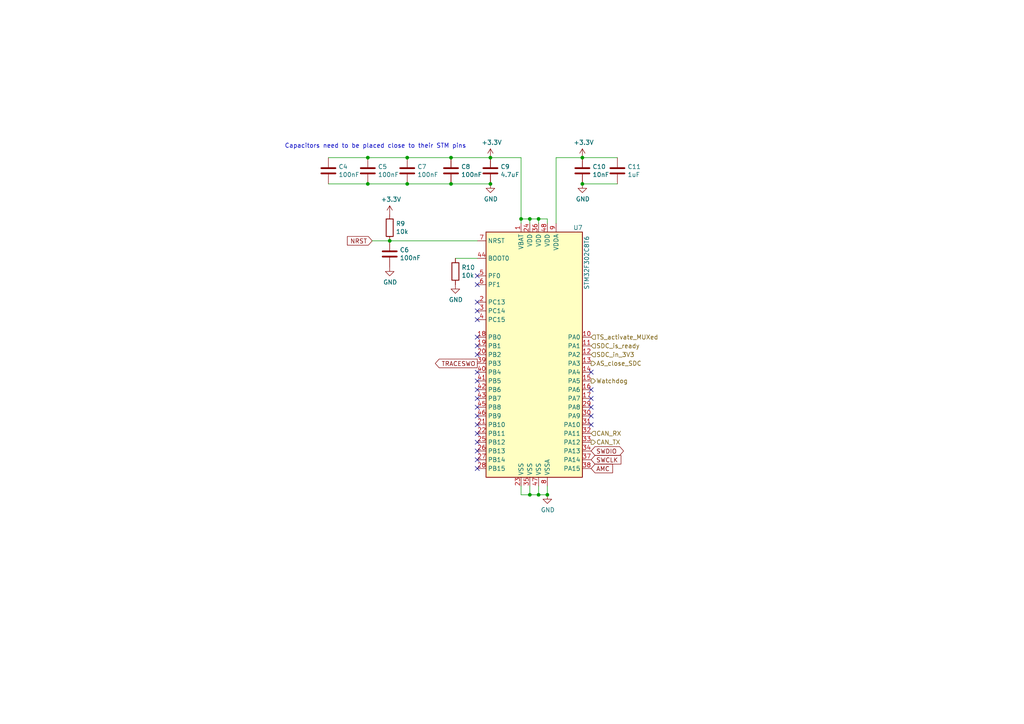
<source format=kicad_sch>
(kicad_sch (version 20211123) (generator eeschema)
  (paper "A4")
  (title_block (title "SDCL - CU") (date "2021-12-16") (rev "v1.0") (company "FaSTTUBe - Formula Student Team TU Berlin") (comment 1 "Car 113") (comment 2 "EBS Electronics") (comment 3 "CU for CAN Bus connection to supervisor"))
  (lib_symbols
    (symbol "Device:C" (pin_numbers hide) (pin_names (offset 0.254))
      (property "Reference" "C" (at 0.635 2.54 0))
      (property "Value" "C" (at 0.635 -2.54 0))
      (symbol "C_0_1"
        (polyline (pts (xy -2.032 -0.762) (xy 2.032 -0.762)) (stroke (width 0.508)))
        (polyline (pts (xy -2.032 0.762) (xy 2.032 0.762)) (stroke (width 0.508)))
      )
      (symbol "C_1_1"
        (pin passive line (at 0 3.81 270) (length 2.794) (name "~") (number "1"))
        (pin passive line (at 0 -3.81 90) (length 2.794) (name "~") (number "2"))
      )
    )
    (symbol "Device:R" (pin_numbers hide) (pin_names (offset 0))
      (property "Reference" "R" (at 2.032 0 90))
      (property "Value" "R" (at 0 0 90))
      (symbol "R_0_1"
        (rectangle (start -1.016 -2.54) (end 1.016 2.54) (stroke (width 0.254)))
      )
      (symbol "R_1_1"
        (pin passive line (at 0 3.81 270) (length 1.27) (name "~") (number "1"))
        (pin passive line (at 0 -3.81 90) (length 1.27) (name "~") (number "2"))
      )
    )
    (symbol "MCU_ST_STM32F3:STM32F302C8Tx"
      (property "Reference" "U" (at -15.24 36.83 0))
      (property "Value" "STM32F302C8Tx" (at 7.62 36.83 0))
      (symbol "STM32F302C8Tx_0_1"
        (rectangle (start -15.24 -35.56) (end 12.7 35.56) (stroke (width 0.254)) (fill (type background)))
      )
      (symbol "STM32F302C8Tx_1_1"
        (pin power_in line (at -5.08 38.1 270) (length 2.54) (name "VBAT") (number "1"))
        (pin bidirectional line (at 15.24 5.08 180) (length 2.54) (name "PA0") (number "10"))
        (pin bidirectional line (at 15.24 2.54 180) (length 2.54) (name "PA1") (number "11"))
        (pin bidirectional line (at 15.24 0 180) (length 2.54) (name "PA2") (number "12"))
        (pin bidirectional line (at 15.24 -2.54 180) (length 2.54) (name "PA3") (number "13"))
        (pin bidirectional line (at 15.24 -5.08 180) (length 2.54) (name "PA4") (number "14"))
        (pin bidirectional line (at 15.24 -7.62 180) (length 2.54) (name "PA5") (number "15"))
        (pin bidirectional line (at 15.24 -10.16 180) (length 2.54) (name "PA6") (number "16"))
        (pin bidirectional line (at 15.24 -12.7 180) (length 2.54) (name "PA7") (number "17"))
        (pin bidirectional line (at -17.78 5.08 0) (length 2.54) (name "PB0") (number "18"))
        (pin bidirectional line (at -17.78 2.54 0) (length 2.54) (name "PB1") (number "19"))
        (pin bidirectional line (at -17.78 15.24 0) (length 2.54) (name "PC13") (number "2"))
        (pin bidirectional line (at -17.78 0 0) (length 2.54) (name "PB2") (number "20"))
        (pin bidirectional line (at -17.78 -20.32 0) (length 2.54) (name "PB10") (number "21"))
        (pin bidirectional line (at -17.78 -22.86 0) (length 2.54) (name "PB11") (number "22"))
        (pin power_in line (at -5.08 -38.1 90) (length 2.54) (name "VSS") (number "23"))
        (pin power_in line (at -2.54 38.1 270) (length 2.54) (name "VDD") (number "24"))
        (pin bidirectional line (at -17.78 -25.4 0) (length 2.54) (name "PB12") (number "25"))
        (pin bidirectional line (at -17.78 -27.94 0) (length 2.54) (name "PB13") (number "26"))
        (pin bidirectional line (at -17.78 -30.48 0) (length 2.54) (name "PB14") (number "27"))
        (pin bidirectional line (at -17.78 -33.02 0) (length 2.54) (name "PB15") (number "28"))
        (pin bidirectional line (at 15.24 -15.24 180) (length 2.54) (name "PA8") (number "29"))
        (pin bidirectional line (at -17.78 12.7 0) (length 2.54) (name "PC14") (number "3"))
        (pin bidirectional line (at 15.24 -17.78 180) (length 2.54) (name "PA9") (number "30"))
        (pin bidirectional line (at 15.24 -20.32 180) (length 2.54) (name "PA10") (number "31"))
        (pin bidirectional line (at 15.24 -22.86 180) (length 2.54) (name "PA11") (number "32"))
        (pin bidirectional line (at 15.24 -25.4 180) (length 2.54) (name "PA12") (number "33"))
        (pin bidirectional line (at 15.24 -27.94 180) (length 2.54) (name "PA13") (number "34"))
        (pin power_in line (at -2.54 -38.1 90) (length 2.54) (name "VSS") (number "35"))
        (pin power_in line (at 0 38.1 270) (length 2.54) (name "VDD") (number "36"))
        (pin bidirectional line (at 15.24 -30.48 180) (length 2.54) (name "PA14") (number "37"))
        (pin bidirectional line (at 15.24 -33.02 180) (length 2.54) (name "PA15") (number "38"))
        (pin bidirectional line (at -17.78 -2.54 0) (length 2.54) (name "PB3") (number "39"))
        (pin bidirectional line (at -17.78 10.16 0) (length 2.54) (name "PC15") (number "4"))
        (pin bidirectional line (at -17.78 -5.08 0) (length 2.54) (name "PB4") (number "40"))
        (pin bidirectional line (at -17.78 -7.62 0) (length 2.54) (name "PB5") (number "41"))
        (pin bidirectional line (at -17.78 -10.16 0) (length 2.54) (name "PB6") (number "42"))
        (pin bidirectional line (at -17.78 -12.7 0) (length 2.54) (name "PB7") (number "43"))
        (pin input line (at -17.78 27.94 0) (length 2.54) (name "BOOT0") (number "44"))
        (pin bidirectional line (at -17.78 -15.24 0) (length 2.54) (name "PB8") (number "45"))
        (pin bidirectional line (at -17.78 -17.78 0) (length 2.54) (name "PB9") (number "46"))
        (pin power_in line (at 0 -38.1 90) (length 2.54) (name "VSS") (number "47"))
        (pin power_in line (at 2.54 38.1 270) (length 2.54) (name "VDD") (number "48"))
        (pin input line (at -17.78 22.86 0) (length 2.54) (name "PF0") (number "5"))
        (pin input line (at -17.78 20.32 0) (length 2.54) (name "PF1") (number "6"))
        (pin input line (at -17.78 33.02 0) (length 2.54) (name "NRST") (number "7"))
        (pin power_in line (at 2.54 -38.1 90) (length 2.54) (name "VSSA") (number "8"))
        (pin power_in line (at 5.08 38.1 270) (length 2.54) (name "VDDA") (number "9"))
      )
    )
    (symbol "power:+3.3V" (power) (pin_names (offset 0))
      (property "Value" "+3.3V" (at 0 3.556 0))
      (symbol "+3.3V_0_1"
        (polyline (pts (xy -0.762 1.27) (xy 0 2.54)))
        (polyline (pts (xy 0 0) (xy 0 2.54)))
        (polyline (pts (xy 0 2.54) (xy 0.762 1.27)))
      )
      (symbol "+3.3V_1_1"
        (pin power_in line (at 0 0 90) (length 0) hide (name "+3.3V") (number "1"))
      )
    )
    (symbol "power:GND" (power) (pin_names (offset 0))
      (property "Value" "GND" (at 0 -3.81 0))
      (symbol "GND_0_1"
        (polyline (pts (xy 0 0) (xy 0 -1.27) (xy 1.27 -1.27) (xy 0 -2.54) (xy -1.27 -1.27) (xy 0 -1.27)))
      )
      (symbol "GND_1_1"
        (pin power_in line (at 0 0 270) (length 0) hide (name "GND") (number "1"))
      )
    )
  )
  (junction (at 106.68 45.72))
  (junction (at 142.24 53.34))
  (junction (at 118.11 45.72))
  (junction (at 118.11 53.34))
  (junction (at 106.68 53.34))
  (junction (at 153.67 63.5))
  (junction (at 168.91 45.72))
  (junction (at 130.81 53.34))
  (junction (at 142.24 45.72))
  (junction (at 158.75 143.51))
  (junction (at 113.03 69.85))
  (junction (at 156.21 63.5))
  (junction (at 153.67 143.51))
  (junction (at 151.13 63.5))
  (junction (at 130.81 45.72))
  (junction (at 156.21 143.51))
  (junction (at 168.91 53.34))
  (no_connect (at 138.43 125.73))
  (no_connect (at 171.45 123.19))
  (no_connect (at 138.43 133.35))
  (no_connect (at 138.43 113.03))
  (no_connect (at 171.45 107.95))
  (no_connect (at 138.43 82.55))
  (no_connect (at 138.43 87.63))
  (no_connect (at 138.43 120.65))
  (no_connect (at 138.43 110.49))
  (no_connect (at 138.43 92.71))
  (no_connect (at 171.45 120.65))
  (no_connect (at 138.43 128.27))
  (no_connect (at 138.43 115.57))
  (no_connect (at 138.43 80.01))
  (no_connect (at 138.43 90.17))
  (no_connect (at 138.43 97.79))
  (no_connect (at 138.43 100.33))
  (no_connect (at 138.43 102.87))
  (no_connect (at 171.45 113.03))
  (no_connect (at 138.43 130.81))
  (no_connect (at 138.43 107.95))
  (no_connect (at 138.43 135.89))
  (no_connect (at 171.45 118.11))
  (no_connect (at 171.45 115.57))
  (no_connect (at 138.43 123.19))
  (no_connect (at 138.43 118.11))
  (wire (pts (xy 153.67 63.5) (xy 153.67 64.77)))
  (wire (pts (xy 158.75 63.5) (xy 156.21 63.5)))
  (wire (pts (xy 161.29 45.72) (xy 161.29 64.77)))
  (wire (pts (xy 153.67 140.97) (xy 153.67 143.51)))
  (wire (pts (xy 156.21 140.97) (xy 156.21 143.51)))
  (wire (pts (xy 158.75 64.77) (xy 158.75 63.5)))
  (wire (pts (xy 158.75 143.51) (xy 156.21 143.51)))
  (wire (pts (xy 130.81 53.34) (xy 142.24 53.34)))
  (wire (pts (xy 168.91 53.34) (xy 179.07 53.34)))
  (wire (pts (xy 142.24 45.72) (xy 151.13 45.72)))
  (wire (pts (xy 107.95 69.85) (xy 113.03 69.85)))
  (wire (pts (xy 156.21 63.5) (xy 153.67 63.5)))
  (wire (pts (xy 161.29 45.72) (xy 168.91 45.72)))
  (wire (pts (xy 113.03 69.85) (xy 138.43 69.85)))
  (wire (pts (xy 158.75 140.97) (xy 158.75 143.51)))
  (wire (pts (xy 168.91 45.72) (xy 179.07 45.72)))
  (wire (pts (xy 156.21 143.51) (xy 153.67 143.51)))
  (wire (pts (xy 132.08 74.93) (xy 138.43 74.93)))
  (wire (pts (xy 95.25 53.34) (xy 106.68 53.34)))
  (wire (pts (xy 151.13 140.97) (xy 151.13 143.51)))
  (wire (pts (xy 106.68 45.72) (xy 118.11 45.72)))
  (wire (pts (xy 151.13 143.51) (xy 153.67 143.51)))
  (wire (pts (xy 106.68 53.34) (xy 118.11 53.34)))
  (wire (pts (xy 106.68 45.72) (xy 95.25 45.72)))
  (wire (pts (xy 151.13 63.5) (xy 151.13 64.77)))
  (wire (pts (xy 151.13 45.72) (xy 151.13 63.5)))
  (wire (pts (xy 118.11 53.34) (xy 130.81 53.34)))
  (wire (pts (xy 156.21 64.77) (xy 156.21 63.5)))
  (wire (pts (xy 153.67 63.5) (xy 151.13 63.5)))
  (wire (pts (xy 118.11 45.72) (xy 130.81 45.72)))
  (wire (pts (xy 130.81 45.72) (xy 142.24 45.72)))
  (text "Capacitors need to be placed close to their STM pins" (at 82.55 43.18 0) (effects (font (size 1.27 1.27)) (justify left bottom)))
  (global_label "SWDIO" (shape bidirectional) (at 171.45 130.81 0) (property "Intersheet References" "${INTERSHEET_REFS}" (effects hide)))
  (global_label "NRST" (shape input) (at 107.95 69.85 180) (property "Intersheet References" "${INTERSHEET_REFS}" (effects hide)))
  (global_label "AMC" (shape input) (at 171.45 135.89 0) (property "Intersheet References" "${INTERSHEET_REFS}" (effects hide)))
  (global_label "TRACESWO" (shape output) (at 138.43 105.41 180) (property "Intersheet References" "${INTERSHEET_REFS}" (effects hide)))
  (global_label "SWCLK" (shape input) (at 171.45 133.35 0) (property "Intersheet References" "${INTERSHEET_REFS}" (effects hide)))
  (hierarchical_label "SDC_is_ready" (shape input) (at 171.45 100.33 0))
  (hierarchical_label "CAN_RX" (shape input) (at 171.45 125.73 0))
  (hierarchical_label "CAN_TX" (shape output) (at 171.45 128.27 0))
  (hierarchical_label "Watchdog" (shape output) (at 171.45 110.49 0))
  (hierarchical_label "AS_close_SDC" (shape output) (at 171.45 105.41 0))
  (hierarchical_label "TS_activate_MUXed" (shape input) (at 171.45 97.79 0))
  (hierarchical_label "SDC_in_3V3" (shape input) (at 171.45 102.87 0))
  (symbol (lib_id "Device:C") (at 130.81 49.53 0) (unit 1)
    (property "Reference" "C8" (at 133.731 48.3616 0) (effects (justify left)))
    (property "Value" "100nF" (at 133.731 50.673 0) (effects (justify left)))
    (property "Footprint" "Capacitor_SMD:C_0603_1608Metric_Pad1.05x0.95mm_HandSolder" (effects hide))
  )
  (symbol (lib_id "Device:C") (at 142.24 49.53 0) (unit 1)
    (property "Reference" "C9" (at 145.161 48.3616 0) (effects (justify left)))
    (property "Value" "4.7uF" (at 145.161 50.673 0) (effects (justify left)))
    (property "Footprint" "Capacitor_SMD:C_0603_1608Metric_Pad1.05x0.95mm_HandSolder" (effects hide))
  )
  (symbol (lib_id "Device:C") (at 118.11 49.53 0) (unit 1)
    (property "Reference" "C7" (at 121.031 48.3616 0) (effects (justify left)))
    (property "Value" "100nF" (at 121.031 50.673 0) (effects (justify left)))
    (property "Footprint" "Capacitor_SMD:C_0603_1608Metric_Pad1.05x0.95mm_HandSolder" (effects hide))
  )
  (symbol (lib_id "Device:C") (at 106.68 49.53 0) (unit 1)
    (property "Reference" "C5" (at 109.601 48.3616 0) (effects (justify left)))
    (property "Value" "100nF" (at 109.601 50.673 0) (effects (justify left)))
    (property "Footprint" "Capacitor_SMD:C_0603_1608Metric_Pad1.05x0.95mm_HandSolder" (effects hide))
  )
  (symbol (lib_id "Device:C") (at 95.25 49.53 0) (unit 1)
    (property "Reference" "C4" (at 98.171 48.3616 0) (effects (justify left)))
    (property "Value" "100nF" (at 98.171 50.673 0) (effects (justify left)))
    (property "Footprint" "Capacitor_SMD:C_0603_1608Metric_Pad1.05x0.95mm_HandSolder" (effects hide))
  )
  (symbol (lib_id "power:GND") (at 142.24 53.34 0) (unit 1)
    (property "Reference" "#PWR0133" (effects hide))
    (property "Value" "GND" (at 142.367 57.7342 0))
  )
  (symbol (lib_id "power:GND") (at 158.75 143.51 0) (unit 1)
    (property "Reference" "#PWR0140" (effects hide))
    (property "Value" "GND" (at 158.877 147.9042 0))
  )
  (symbol (lib_id "Device:C") (at 168.91 49.53 0) (unit 1)
    (property "Reference" "C10" (at 171.831 48.3616 0) (effects (justify left)))
    (property "Value" "10nF" (at 171.831 50.673 0) (effects (justify left)))
    (property "Footprint" "Capacitor_SMD:C_0603_1608Metric_Pad1.05x0.95mm_HandSolder" (effects hide))
  )
  (symbol (lib_id "Device:C") (at 179.07 49.53 0) (unit 1)
    (property "Reference" "C11" (at 181.991 48.3616 0) (effects (justify left)))
    (property "Value" "1uF" (at 181.991 50.673 0) (effects (justify left)))
    (property "Footprint" "Capacitor_SMD:C_0603_1608Metric_Pad1.05x0.95mm_HandSolder" (effects hide))
  )
  (symbol (lib_id "power:GND") (at 168.91 53.34 0) (unit 1)
    (property "Reference" "#PWR0134" (effects hide))
    (property "Value" "GND" (at 169.037 57.7342 0))
  )
  (symbol (lib_id "Device:R") (at 132.08 78.74 0) (unit 1)
    (property "Reference" "R10" (at 133.858 77.5716 0) (effects (justify left)))
    (property "Value" "10k" (at 133.858 79.883 0) (effects (justify left)))
    (property "Footprint" "Resistor_SMD:R_0603_1608Metric_Pad1.05x0.95mm_HandSolder" (effects hide))
  )
  (symbol (lib_id "MCU_ST_STM32F3:STM32F302C8Tx") (at 156.21 102.87 0) (unit 1)
    (property "Reference" "U7" (at 167.64 66.04 0))
    (property "Value" "STM32F302C8T6" (at 170.18 76.2 90))
    (property "Footprint" "Package_QFP:LQFP-48_7x7mm_P0.5mm" (effects hide))
    (property "Datasheet" "http://www.st.com/st-web-ui/static/active/en/resource/technical/document/datasheet/DM00093333.pdf" (effects hide))
  )
  (symbol (lib_id "power:GND") (at 132.08 82.55 0) (unit 1)
    (property "Reference" "#PWR0136" (effects hide))
    (property "Value" "GND" (at 132.207 86.9442 0))
  )
  (symbol (lib_id "Device:R") (at 113.03 66.04 0) (unit 1)
    (property "Reference" "R9" (at 114.808 64.8716 0) (effects (justify left)))
    (property "Value" "10k" (at 114.808 67.183 0) (effects (justify left)))
    (property "Footprint" "Resistor_SMD:R_0603_1608Metric_Pad1.05x0.95mm_HandSolder" (effects hide))
  )
  (symbol (lib_id "Device:C") (at 113.03 73.66 0) (unit 1)
    (property "Reference" "C6" (at 115.951 72.4916 0) (effects (justify left)))
    (property "Value" "100nF" (at 115.951 74.803 0) (effects (justify left)))
    (property "Footprint" "Capacitor_SMD:C_0603_1608Metric_Pad1.05x0.95mm_HandSolder" (effects hide))
  )
  (symbol (lib_id "power:GND") (at 113.03 77.47 0) (unit 1)
    (property "Reference" "#PWR0135" (effects hide))
    (property "Value" "GND" (at 113.157 81.8642 0))
  )
  (symbol (lib_id "power:+3.3V") (at 142.24 45.72 0) (unit 1)
    (property "Reference" "#PWR0137" (effects hide))
    (property "Value" "+3.3V" (at 142.621 41.3258 0))
  )
  (symbol (lib_id "power:+3.3V") (at 168.91 45.72 0) (unit 1)
    (property "Reference" "#PWR0138" (effects hide))
    (property "Value" "+3.3V" (at 169.291 41.3258 0))
  )
  (symbol (lib_id "power:+3.3V") (at 113.03 62.23 0) (unit 1)
    (property "Reference" "#PWR0139" (effects hide))
    (property "Value" "+3.3V" (at 113.411 57.8358 0))
  )
)
</source>
